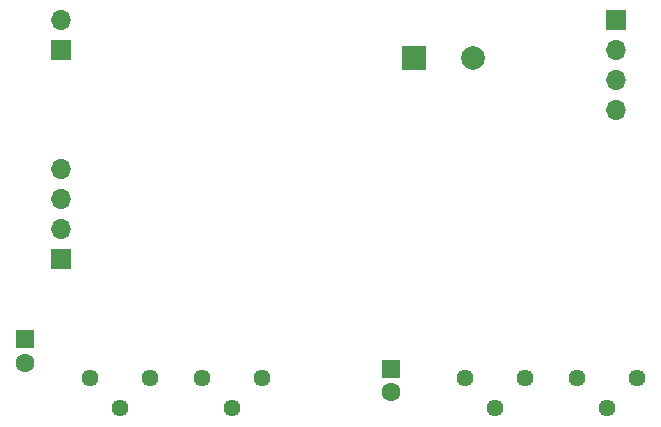
<source format=gbr>
%TF.GenerationSoftware,KiCad,Pcbnew,8.0.8*%
%TF.CreationDate,2025-01-26T19:39:00-06:00*%
%TF.ProjectId,peak-read-amp,7065616b-2d72-4656-9164-2d616d702e6b,rev?*%
%TF.SameCoordinates,Original*%
%TF.FileFunction,Soldermask,Bot*%
%TF.FilePolarity,Negative*%
%FSLAX46Y46*%
G04 Gerber Fmt 4.6, Leading zero omitted, Abs format (unit mm)*
G04 Created by KiCad (PCBNEW 8.0.8) date 2025-01-26 19:39:00*
%MOMM*%
%LPD*%
G01*
G04 APERTURE LIST*
%ADD10R,2.000000X2.000000*%
%ADD11C,2.000000*%
%ADD12C,1.440000*%
%ADD13R,1.600000X1.600000*%
%ADD14C,1.600000*%
%ADD15R,1.700000X1.700000*%
%ADD16O,1.700000X1.700000*%
G04 APERTURE END LIST*
D10*
%TO.C,C2*%
X116132323Y-112000000D03*
D11*
X121132323Y-112000000D03*
%TD*%
D12*
%TO.C,RV1*%
X125590000Y-139125000D03*
X123050000Y-141665000D03*
X120510000Y-139125000D03*
%TD*%
%TO.C,RV2*%
X135080000Y-139125000D03*
X132540000Y-141665000D03*
X130000000Y-139125000D03*
%TD*%
%TO.C,RV3*%
X93800000Y-139125000D03*
X91260000Y-141665000D03*
X88720000Y-139125000D03*
%TD*%
%TO.C,RV4*%
X103300000Y-139125000D03*
X100760000Y-141665000D03*
X98220000Y-139125000D03*
%TD*%
D13*
%TO.C,C7*%
X83250000Y-135794888D03*
D14*
X83250000Y-137794888D03*
%TD*%
D15*
%TO.C,J1*%
X86250000Y-111290000D03*
D16*
X86250000Y-108750000D03*
%TD*%
D13*
%TO.C,C6*%
X114250000Y-138294888D03*
D14*
X114250000Y-140294888D03*
%TD*%
D15*
%TO.C,J3*%
X133250000Y-108750000D03*
D16*
X133250000Y-111290000D03*
X133250000Y-113830000D03*
X133250000Y-116370000D03*
%TD*%
D15*
%TO.C,J2*%
X86250000Y-129040000D03*
D16*
X86250000Y-126500000D03*
X86250000Y-123960000D03*
X86250000Y-121420000D03*
%TD*%
M02*

</source>
